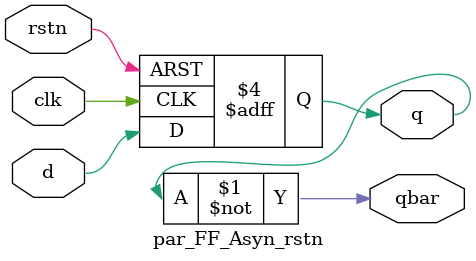
<source format=v>
module par_FF_Asyn_rstn (d,rstn,clk,q,qbar);
 parameter FF_TYPE = "DFF" ; //Default Case, act as D-FF
 input  d,rstn,clk;
 output reg q;
 output qbar;
 
 //combinational part
 assign qbar = ~q ;
 //Sequential part
 always @(posedge clk or negedge rstn) begin
    if(~rstn)
        q<=0;
    else if(FF_TYPE=="DFF")begin
        q<=d;
    end
    else if(FF_TYPE=="TFF")begin
        if(d)   q<=~q;
    end
 end
endmodule
</source>
